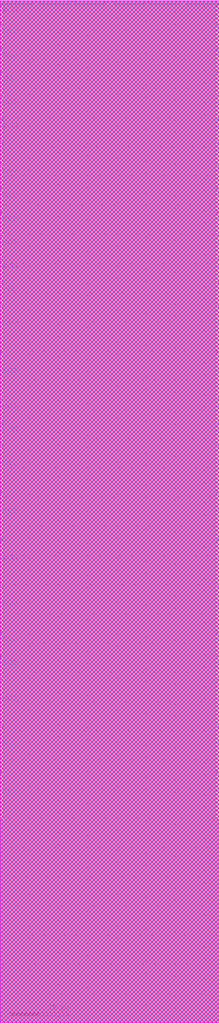
<source format=lef>
# Copyright 2022 GlobalFoundries PDK Authors
#
# Licensed under the Apache License, Version 2.0 (the "License");
# you may not use this file except in compliance with the License.
# You may obtain a copy of the License at
#
#     http://www.apache.org/licenses/LICENSE-2.0
#
# Unless required by applicable law or agreed to in writing, software
# distributed under the License is distributed on an "AS IS" BASIS,
# WITHOUT WARRANTIES OR CONDITIONS OF ANY KIND, either express or implied.
# See the License for the specific language governing permissions and
# limitations under the License.

MACRO gf180mcu_ocd_io__vdd
  CLASS PAD POWER ;
  ORIGIN 0 0 ;
  FOREIGN gf180mcu_ocd_io__vdd 0 0 ;
  SIZE 75 BY 350 ;
  SYMMETRY X Y R90 ;
  SITE GF_IO_Site ;
  PIN DVDD
    DIRECTION INOUT ;
    USE POWER ;
    PORT
      LAYER Metal4 ;
        RECT 74 118 75 125 ;
    END
    PORT
      LAYER Metal4 ;
        RECT 74 182 75 197 ;
    END
    PORT
      LAYER Metal4 ;
        RECT 74 166 75 181 ;
    END
    PORT
      LAYER Metal4 ;
        RECT 74 150 75 165 ;
    END
    PORT
      LAYER Metal4 ;
        RECT 74 134 75 149 ;
    END
    PORT
      LAYER Metal4 ;
        RECT 74 214 75 229 ;
    END
    PORT
      LAYER Metal4 ;
        RECT 74 206 75 213 ;
    END
    PORT
      LAYER Metal4 ;
        RECT 74 254 75 261 ;
    END
    PORT
      LAYER Metal4 ;
        RECT 74 278 75 285 ;
    END
    PORT
      LAYER Metal4 ;
        RECT 74 270 75 277 ;
    END
    PORT
      LAYER Metal4 ;
        RECT 74 262 75 269 ;
    END
    PORT
      LAYER Metal4 ;
        RECT 74 294 75 301 ;
    END
    PORT
      LAYER Metal4 ;
        RECT 74 310 75 317 ;
    END
    PORT
      LAYER Metal4 ;
        RECT 74 334 75 341 ;
    END
    PORT
      LAYER Metal3 ;
        RECT 74 118 75 125 ;
    END
    PORT
      LAYER Metal3 ;
        RECT 74 182 75 197 ;
    END
    PORT
      LAYER Metal3 ;
        RECT 74 166 75 181 ;
    END
    PORT
      LAYER Metal3 ;
        RECT 74 150 75 165 ;
    END
    PORT
      LAYER Metal3 ;
        RECT 74 134 75 149 ;
    END
    PORT
      LAYER Metal3 ;
        RECT 74 214 75 229 ;
    END
    PORT
      LAYER Metal3 ;
        RECT 74 206 75 213 ;
    END
    PORT
      LAYER Metal3 ;
        RECT 74 254 75 261 ;
    END
    PORT
      LAYER Metal3 ;
        RECT 74 278 75 285 ;
    END
    PORT
      LAYER Metal3 ;
        RECT 74 270 75 277 ;
    END
    PORT
      LAYER Metal3 ;
        RECT 74 262 75 269 ;
    END
    PORT
      LAYER Metal3 ;
        RECT 74 294 75 301 ;
    END
    PORT
      LAYER Metal3 ;
        RECT 74 310 75 317 ;
    END
    PORT
      LAYER Metal3 ;
        RECT 74 334 75 341 ;
    END
    PORT
        CLASS CORE ;
      LAYER Metal2 ;
        RECT 1.36 349 10.86 350 ;
    END
    PORT
        CLASS CORE ;
      LAYER Metal2 ;
        RECT 13.76 349 24.01 350 ;
    END
    PORT
        CLASS CORE ;
      LAYER Metal2 ;
        RECT 25.61 349 35.86 350 ;
    END
    PORT
        CLASS CORE ;
      LAYER Metal2 ;
        RECT 39.14 349 49.39 350 ;
    END
    PORT
        CLASS CORE ;
      LAYER Metal2 ;
        RECT 50.99 349 61.24 350 ;
    END
    PORT
      LAYER Metal3 ;
        RECT 0 334 1 341 ;
    END
    PORT
      LAYER Metal3 ;
        RECT 0 310 1 317 ;
    END
    PORT
      LAYER Metal3 ;
        RECT 0 294 1 301 ;
    END
    PORT
      LAYER Metal3 ;
        RECT 0 262 1 269 ;
    END
    PORT
      LAYER Metal3 ;
        RECT 0 270 1 277 ;
    END
    PORT
      LAYER Metal3 ;
        RECT 0 278 1 285 ;
    END
    PORT
      LAYER Metal3 ;
        RECT 0 254 1 261 ;
    END
    PORT
      LAYER Metal3 ;
        RECT 0 206 1 213 ;
    END
    PORT
      LAYER Metal3 ;
        RECT 0 214 1 229 ;
    END
    PORT
      LAYER Metal3 ;
        RECT 0 134 1 149 ;
    END
    PORT
      LAYER Metal3 ;
        RECT 0 150 1 165 ;
    END
    PORT
      LAYER Metal3 ;
        RECT 0 166 1 181 ;
    END
    PORT
      LAYER Metal3 ;
        RECT 0 182 1 197 ;
    END
    PORT
      LAYER Metal4 ;
        RECT 0 334 1 341 ;
    END
    PORT
      LAYER Metal4 ;
        RECT 0 310 1 317 ;
    END
    PORT
      LAYER Metal4 ;
        RECT 0 294 1 301 ;
    END
    PORT
      LAYER Metal4 ;
        RECT 0 262 1 269 ;
    END
    PORT
      LAYER Metal4 ;
        RECT 0 270 1 277 ;
    END
    PORT
      LAYER Metal4 ;
        RECT 0 278 1 285 ;
    END
    PORT
      LAYER Metal4 ;
        RECT 0 254 1 261 ;
    END
    PORT
      LAYER Metal4 ;
        RECT 0 206 1 213 ;
    END
    PORT
      LAYER Metal4 ;
        RECT 0 214 1 229 ;
    END
    PORT
      LAYER Metal4 ;
        RECT 0 134 1 149 ;
    END
    PORT
      LAYER Metal4 ;
        RECT 0 150 1 165 ;
    END
    PORT
      LAYER Metal4 ;
        RECT 0 166 1 181 ;
    END
    PORT
      LAYER Metal4 ;
        RECT 0 182 1 197 ;
    END
    PORT
      LAYER Metal4 ;
        RECT 0 118 1 125 ;
    END
    PORT
      LAYER Metal3 ;
        RECT 0 118 1 125 ;
    END
    PORT
        CLASS CORE ;
      LAYER Metal2 ;
        RECT 64.14 349 73.64 350 ;
    END
  END DVDD
  PIN DVSS
    DIRECTION INOUT ;
    USE GROUND ;
    PORT
      LAYER Metal4 ;
        RECT 74 102 75 117 ;
    END
    PORT
      LAYER Metal4 ;
        RECT 74 86 75 101 ;
    END
    PORT
      LAYER Metal4 ;
        RECT 74 70 75 85 ;
    END
    PORT
      LAYER Metal4 ;
        RECT 74 126 75 133 ;
    END
    PORT
      LAYER Metal4 ;
        RECT 74 198 75 205 ;
    END
    PORT
      LAYER Metal4 ;
        RECT 74 230 75 245 ;
    END
    PORT
      LAYER Metal4 ;
        RECT 74 286 75 293 ;
    END
    PORT
      LAYER Metal4 ;
        RECT 74 302 75 309 ;
    END
    PORT
      LAYER Metal4 ;
        RECT 74 326 75 333 ;
    END
    PORT
      LAYER Metal4 ;
        RECT 74 342 75 348.39 ;
    END
    PORT
      LAYER Metal3 ;
        RECT 74 102 75 117 ;
    END
    PORT
      LAYER Metal3 ;
        RECT 74 86 75 101 ;
    END
    PORT
      LAYER Metal3 ;
        RECT 74 70 75 85 ;
    END
    PORT
      LAYER Metal3 ;
        RECT 74 126 75 133 ;
    END
    PORT
      LAYER Metal3 ;
        RECT 74 198 75 205 ;
    END
    PORT
      LAYER Metal3 ;
        RECT 74 230 75 245 ;
    END
    PORT
      LAYER Metal3 ;
        RECT 74 286 75 293 ;
    END
    PORT
      LAYER Metal3 ;
        RECT 74 302 75 309 ;
    END
    PORT
      LAYER Metal3 ;
        RECT 74 326 75 333 ;
    END
    PORT
      LAYER Metal3 ;
        RECT 74 342 75 348.39 ;
    END
    PORT
      LAYER Metal3 ;
        RECT 0 342 1 348.39 ;
    END
    PORT
      LAYER Metal3 ;
        RECT 0 326 1 333 ;
    END
    PORT
      LAYER Metal3 ;
        RECT 0 302 1 309 ;
    END
    PORT
      LAYER Metal3 ;
        RECT 0 286 1 293 ;
    END
    PORT
      LAYER Metal3 ;
        RECT 0 230 1 245 ;
    END
    PORT
      LAYER Metal3 ;
        RECT 0 198 1 205 ;
    END
    PORT
      LAYER Metal3 ;
        RECT 0 126 1 133 ;
    END
    PORT
      LAYER Metal3 ;
        RECT 0 70 1 85 ;
    END
    PORT
      LAYER Metal3 ;
        RECT 0 86 1 101 ;
    END
    PORT
      LAYER Metal4 ;
        RECT 0 342 1 348.39 ;
    END
    PORT
      LAYER Metal4 ;
        RECT 0 326 1 333 ;
    END
    PORT
      LAYER Metal4 ;
        RECT 0 302 1 309 ;
    END
    PORT
      LAYER Metal4 ;
        RECT 0 286 1 293 ;
    END
    PORT
      LAYER Metal4 ;
        RECT 0 230 1 245 ;
    END
    PORT
      LAYER Metal4 ;
        RECT 0 198 1 205 ;
    END
    PORT
      LAYER Metal4 ;
        RECT 0 126 1 133 ;
    END
    PORT
      LAYER Metal4 ;
        RECT 0 70 1 85 ;
    END
    PORT
      LAYER Metal4 ;
        RECT 0 86 1 101 ;
    END
    PORT
      LAYER Metal4 ;
        RECT 0 102 1 117 ;
    END
    PORT
      LAYER Metal3 ;
        RECT 0 102 1 117 ;
    END
  END DVSS
  PIN VSS
    DIRECTION INOUT ;
    USE GROUND ;
    PORT
      LAYER Metal4 ;
        RECT 74 246 75 253 ;
    END
    PORT
      LAYER Metal4 ;
        RECT 74 318 75 325 ;
    END
    PORT
      LAYER Metal3 ;
        RECT 74 246 75 253 ;
    END
    PORT
      LAYER Metal3 ;
        RECT 74 318 75 325 ;
    END
    PORT
      LAYER Metal3 ;
        RECT 0 318 1 325 ;
    END
    PORT
      LAYER Metal4 ;
        RECT 0 318 1 325 ;
    END
    PORT
      LAYER Metal4 ;
        RECT 0 246 1 253 ;
    END
    PORT
      LAYER Metal3 ;
        RECT 0 246 1 253 ;
    END
  END VSS
  OBS
    LAYER Metal1 ;
      RECT 0 0 75 350 ;
    LAYER Metal2 ;
      POLYGON 75 350 73.92 350 73.92 348.72 63.86 348.72 63.86 350 61.52 350 61.52 348.72 50.71 348.72 50.71 350 49.67 350 49.67 348.72 38.86 348.72 38.86 350 36.14 350 36.14 348.72 25.33 348.72 25.33 350 24.29 350 24.29 348.72 13.48 348.72 13.48 350 11.14 350 11.14 348.72 1.08 348.72 1.08 350 0 350 0 0 75 0 ;
    LAYER Metal3 ;
      POLYGON 75 69.72 73.72 69.72 73.72 85.28 75 85.28 75 85.72 73.72 85.72 73.72 101.28 75 101.28 75 101.72 73.72 101.72 73.72 117.28 75 117.28 75 117.72 73.72 117.72 73.72 125.28 75 125.28 75 125.72 73.72 125.72 73.72 133.28 75 133.28 75 133.72 73.72 133.72 73.72 149.28 75 149.28 75 149.72 73.72 149.72 73.72 165.28 75 165.28 75 165.72 73.72 165.72 73.72 181.28 75 181.28 75 181.72 73.72 181.72 73.72 197.28 75 197.28 75 197.72 73.72 197.72 73.72 205.28 75 205.28 75 205.72 73.72 205.72 73.72 213.28 75 213.28 75 213.72 73.72 213.72 73.72 229.28 75 229.28 75 229.72 73.72 229.72 73.72 245.28 75 245.28 75 245.72 73.72 245.72 73.72 253.28 75 253.28 75 253.72 73.72 253.72 73.72 261.28 75 261.28 75 261.72 73.72 261.72 73.72 269.28 75 269.28 75 269.72 73.72 269.72 73.72 277.28 75 277.28 75 277.72 73.72 277.72 73.72 285.28 75 285.28 75 285.72 73.72 285.72 73.72 293.28 75 293.28 75 293.72 73.72 293.72 73.72 301.28 75 301.28 75 301.72 73.72 301.72 73.72 309.28 75 309.28 75 309.72 73.72 309.72 73.72 317.28 75 317.28 75 317.72 73.72 317.72 73.72 325.28 75 325.28 75 325.72 73.72 325.72 73.72 333.28 75 333.28 75 333.72 73.72 333.72 73.72 341.28 75 341.28 75 341.72 73.72 341.72 73.72 348.67 75 348.67 75 350 0 350 0 348.67 1.28 348.67 1.28 341.72 0 341.72 0 341.28 1.28 341.28 1.28 333.72 0 333.72 0 333.28 1.28 333.28 1.28 325.72 0 325.72 0 325.28 1.28 325.28 1.28 317.72 0 317.72 0 317.28 1.28 317.28 1.28 309.72 0 309.72 0 309.28 1.28 309.28 1.28 301.72 0 301.72 0 301.28 1.28 301.28 1.28 293.72 0 293.72 0 293.28 1.28 293.28 1.28 285.72 0 285.72 0 285.28 1.28 285.28 1.28 277.72 0 277.72 0 277.28 1.28 277.28 1.28 269.72 0 269.72 0 269.28 1.28 269.28 1.28 261.72 0 261.72 0 261.28 1.28 261.28 1.28 253.72 0 253.72 0 253.28 1.28 253.28 1.28 245.72 0 245.72 0 245.28 1.28 245.28 1.28 229.72 0 229.72 0 229.28 1.28 229.28 1.28 213.72 0 213.72 0 213.28 1.28 213.28 1.28 205.72 0 205.72 0 205.28 1.28 205.28 1.28 197.72 0 197.72 0 197.28 1.28 197.28 1.28 181.72 0 181.72 0 181.28 1.28 181.28 1.28 165.72 0 165.72 0 165.28 1.28 165.28 1.28 149.72 0 149.72 0 149.28 1.28 149.28 1.28 133.72 0 133.72 0 133.28 1.28 133.28 1.28 125.72 0 125.72 0 125.28 1.28 125.28 1.28 117.72 0 117.72 0 117.28 1.28 117.28 1.28 101.72 0 101.72 0 101.28 1.28 101.28 1.28 85.72 0 85.72 0 85.28 1.28 85.28 1.28 69.72 0 69.72 0 0 75 0 ;
    LAYER Metal4 ;
      POLYGON 75 69.72 73.72 69.72 73.72 85.28 75 85.28 75 85.72 73.72 85.72 73.72 101.28 75 101.28 75 101.72 73.72 101.72 73.72 117.28 75 117.28 75 117.72 73.72 117.72 73.72 125.28 75 125.28 75 125.72 73.72 125.72 73.72 133.28 75 133.28 75 133.72 73.72 133.72 73.72 149.28 75 149.28 75 149.72 73.72 149.72 73.72 165.28 75 165.28 75 165.72 73.72 165.72 73.72 181.28 75 181.28 75 181.72 73.72 181.72 73.72 197.28 75 197.28 75 197.72 73.72 197.72 73.72 205.28 75 205.28 75 205.72 73.72 205.72 73.72 213.28 75 213.28 75 213.72 73.72 213.72 73.72 229.28 75 229.28 75 229.72 73.72 229.72 73.72 245.28 75 245.28 75 245.72 73.72 245.72 73.72 253.28 75 253.28 75 253.72 73.72 253.72 73.72 261.28 75 261.28 75 261.72 73.72 261.72 73.72 269.28 75 269.28 75 269.72 73.72 269.72 73.72 277.28 75 277.28 75 277.72 73.72 277.72 73.72 285.28 75 285.28 75 285.72 73.72 285.72 73.72 293.28 75 293.28 75 293.72 73.72 293.72 73.72 301.28 75 301.28 75 301.72 73.72 301.72 73.72 309.28 75 309.28 75 309.72 73.72 309.72 73.72 317.28 75 317.28 75 317.72 73.72 317.72 73.72 325.28 75 325.28 75 325.72 73.72 325.72 73.72 333.28 75 333.28 75 333.72 73.72 333.72 73.72 341.28 75 341.28 75 341.72 73.72 341.72 73.72 348.67 75 348.67 75 350 0 350 0 348.67 1.28 348.67 1.28 341.72 0 341.72 0 341.28 1.28 341.28 1.28 333.72 0 333.72 0 333.28 1.28 333.28 1.28 325.72 0 325.72 0 325.28 1.28 325.28 1.28 317.72 0 317.72 0 317.28 1.28 317.28 1.28 309.72 0 309.72 0 309.28 1.28 309.28 1.28 301.72 0 301.72 0 301.28 1.28 301.28 1.28 293.72 0 293.72 0 293.28 1.28 293.28 1.28 285.72 0 285.72 0 285.28 1.28 285.28 1.28 277.72 0 277.72 0 277.28 1.28 277.28 1.28 269.72 0 269.72 0 269.28 1.28 269.28 1.28 261.72 0 261.72 0 261.28 1.28 261.28 1.28 253.72 0 253.72 0 253.28 1.28 253.28 1.28 245.72 0 245.72 0 245.28 1.28 245.28 1.28 229.72 0 229.72 0 229.28 1.28 229.28 1.28 213.72 0 213.72 0 213.28 1.28 213.28 1.28 205.72 0 205.72 0 205.28 1.28 205.28 1.28 197.72 0 197.72 0 197.28 1.28 197.28 1.28 181.72 0 181.72 0 181.28 1.28 181.28 1.28 165.72 0 165.72 0 165.28 1.28 165.28 1.28 149.72 0 149.72 0 149.28 1.28 149.28 1.28 133.72 0 133.72 0 133.28 1.28 133.28 1.28 125.72 0 125.72 0 125.28 1.28 125.28 1.28 117.72 0 117.72 0 117.28 1.28 117.28 1.28 101.72 0 101.72 0 101.28 1.28 101.28 1.28 85.72 0 85.72 0 85.28 1.28 85.28 1.28 69.72 0 69.72 0 0 75 0 ;
    LAYER Via1 ;
      RECT 0 0 75 350 ;
    LAYER Via2 ;
      RECT 0 0 75 350 ;
    LAYER Via3 ;
      RECT 0 0 75 350 ;
  END

END gf180mcu_ocd_io__vdd

</source>
